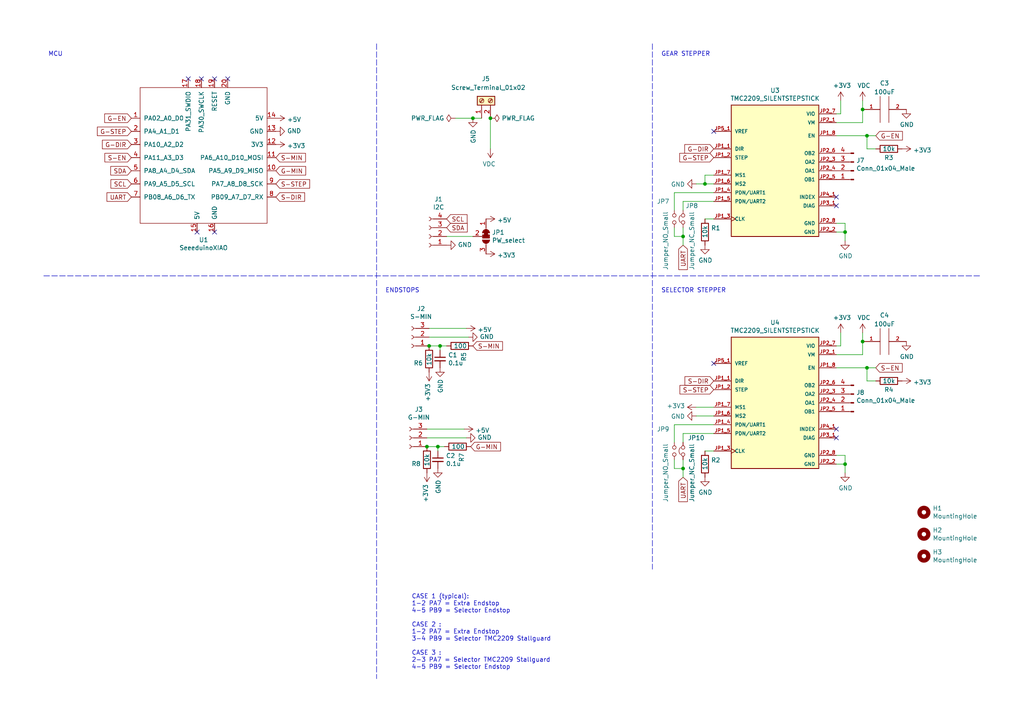
<source format=kicad_sch>
(kicad_sch (version 20211123) (generator eeschema)
  (paper "A4")
  (title_block (title "ERCF EASY BRD") (date "02/06/2021") (rev "v1.1") (company "The ERCF fanclub") (comment 1 "by Tircown"))
  (lib_symbols
    (symbol "Connector:Conn_01x03_Female" (pin_names (offset 1.016) hide)
      (property "Reference" "J" (at 0 5.08 0))
      (property "Value" "Conn_01x03_Female" (at 0 -5.08 0))
      (symbol "Conn_01x03_Female_1_1"
        (arc (start 0 -2.032) (mid -0.508 -2.54) (end 0 -3.048) (stroke (width 0.1524)))
        (polyline (pts (xy -1.27 -2.54) (xy -0.508 -2.54)) (stroke (width 0.1524)))
        (polyline (pts (xy -1.27 0) (xy -0.508 0)) (stroke (width 0.1524)))
        (polyline (pts (xy -1.27 2.54) (xy -0.508 2.54)) (stroke (width 0.1524)))
        (arc (start 0 0.508) (mid -0.508 0) (end 0 -0.508) (stroke (width 0.1524)))
        (arc (start 0 3.048) (mid -0.508 2.54) (end 0 2.032) (stroke (width 0.1524)))
        (pin passive line (at -5.08 2.54 0) (length 3.81) (name "Pin_1") (number "1"))
        (pin passive line (at -5.08 0 0) (length 3.81) (name "Pin_2") (number "2"))
        (pin passive line (at -5.08 -2.54 0) (length 3.81) (name "Pin_3") (number "3"))
      )
    )
    (symbol "Connector:Conn_01x04_Female" (pin_names (offset 1.016) hide)
      (property "Reference" "J" (at 0 5.08 0))
      (property "Value" "Conn_01x04_Female" (at 0 -7.62 0))
      (symbol "Conn_01x04_Female_1_1"
        (arc (start 0 -4.572) (mid -0.508 -5.08) (end 0 -5.588) (stroke (width 0.1524)))
        (arc (start 0 -2.032) (mid -0.508 -2.54) (end 0 -3.048) (stroke (width 0.1524)))
        (polyline (pts (xy -1.27 -5.08) (xy -0.508 -5.08)) (stroke (width 0.1524)))
        (polyline (pts (xy -1.27 -2.54) (xy -0.508 -2.54)) (stroke (width 0.1524)))
        (polyline (pts (xy -1.27 0) (xy -0.508 0)) (stroke (width 0.1524)))
        (polyline (pts (xy -1.27 2.54) (xy -0.508 2.54)) (stroke (width 0.1524)))
        (arc (start 0 0.508) (mid -0.508 0) (end 0 -0.508) (stroke (width 0.1524)))
        (arc (start 0 3.048) (mid -0.508 2.54) (end 0 2.032) (stroke (width 0.1524)))
        (pin passive line (at -5.08 2.54 0) (length 3.81) (name "Pin_1") (number "1"))
        (pin passive line (at -5.08 0 0) (length 3.81) (name "Pin_2") (number "2"))
        (pin passive line (at -5.08 -2.54 0) (length 3.81) (name "Pin_3") (number "3"))
        (pin passive line (at -5.08 -5.08 0) (length 3.81) (name "Pin_4") (number "4"))
      )
    )
    (symbol "Connector:Conn_01x04_Male" (pin_names (offset 1.016) hide)
      (property "Reference" "J" (at 0 5.08 0))
      (property "Value" "Conn_01x04_Male" (at 0 -7.62 0))
      (symbol "Conn_01x04_Male_1_1"
        (polyline (pts (xy 1.27 -5.08) (xy 0.8636 -5.08)) (stroke (width 0.1524)))
        (polyline (pts (xy 1.27 -2.54) (xy 0.8636 -2.54)) (stroke (width 0.1524)))
        (polyline (pts (xy 1.27 0) (xy 0.8636 0)) (stroke (width 0.1524)))
        (polyline (pts (xy 1.27 2.54) (xy 0.8636 2.54)) (stroke (width 0.1524)))
        (rectangle (start 0.8636 -4.953) (end 0 -5.207) (stroke (width 0.1524)) (fill (type outline)))
        (rectangle (start 0.8636 -2.413) (end 0 -2.667) (stroke (width 0.1524)) (fill (type outline)))
        (rectangle (start 0.8636 0.127) (end 0 -0.127) (stroke (width 0.1524)) (fill (type outline)))
        (rectangle (start 0.8636 2.667) (end 0 2.413) (stroke (width 0.1524)) (fill (type outline)))
        (pin passive line (at 5.08 2.54 180) (length 3.81) (name "Pin_1") (number "1"))
        (pin passive line (at 5.08 0 180) (length 3.81) (name "Pin_2") (number "2"))
        (pin passive line (at 5.08 -2.54 180) (length 3.81) (name "Pin_3") (number "3"))
        (pin passive line (at 5.08 -5.08 180) (length 3.81) (name "Pin_4") (number "4"))
      )
    )
    (symbol "Connector:Screw_Terminal_01x02" (pin_names (offset 1.016) hide)
      (property "Reference" "J" (at 0 2.54 0))
      (property "Value" "Screw_Terminal_01x02" (at 0 -5.08 0))
      (symbol "Screw_Terminal_01x02_1_1"
        (rectangle (start -1.27 1.27) (end 1.27 -3.81) (stroke (width 0.254)) (fill (type background)))
        (circle (center 0 -2.54) (radius 0.635) (stroke (width 0.1524)))
        (polyline (pts (xy -0.5334 -2.2098) (xy 0.3302 -3.048)) (stroke (width 0.1524)))
        (polyline (pts (xy -0.5334 0.3302) (xy 0.3302 -0.508)) (stroke (width 0.1524)))
        (polyline (pts (xy -0.3556 -2.032) (xy 0.508 -2.8702)) (stroke (width 0.1524)))
        (polyline (pts (xy -0.3556 0.508) (xy 0.508 -0.3302)) (stroke (width 0.1524)))
        (circle (center 0 0) (radius 0.635) (stroke (width 0.1524)))
        (pin passive line (at -5.08 0 0) (length 3.81) (name "Pin_1") (number "1"))
        (pin passive line (at -5.08 -2.54 0) (length 3.81) (name "Pin_2") (number "2"))
      )
    )
    (symbol "Device:C_Small" (pin_numbers hide) (pin_names (offset 0.254) hide)
      (property "Reference" "C" (at 0.254 1.778 0))
      (property "Value" "C_Small" (at 0.254 -2.032 0))
      (symbol "C_Small_0_1"
        (polyline (pts (xy -1.524 -0.508) (xy 1.524 -0.508)) (stroke (width 0.3302)))
        (polyline (pts (xy -1.524 0.508) (xy 1.524 0.508)) (stroke (width 0.3048)))
      )
      (symbol "C_Small_1_1"
        (pin passive line (at 0 2.54 270) (length 2.032) (name "~") (number "1"))
        (pin passive line (at 0 -2.54 90) (length 2.032) (name "~") (number "2"))
      )
    )
    (symbol "Device:Jumper_NC_Small" (pin_numbers hide) (pin_names (offset 0.762) hide)
      (property "Reference" "JP" (at 0 2.032 0))
      (property "Value" "Device_Jumper_NC_Small" (at 0.254 -1.524 0))
      (symbol "Jumper_NC_Small_0_1"
        (circle (center -1.016 0) (radius 0.508))
        (circle (center 1.016 0) (radius 0.508))
        (arc (start 1.016 0.762) (mid 0 1.1828) (end -1.016 0.762))
        (pin passive line (at -2.54 0 0) (length 1.016) (name "1") (number "1"))
        (pin passive line (at 2.54 0 180) (length 1.016) (name "2") (number "2"))
      )
    )
    (symbol "Device:Jumper_NO_Small" (pin_numbers hide) (pin_names (offset 0.762) hide)
      (property "Reference" "JP" (at 0 2.032 0))
      (property "Value" "Device_Jumper_NO_Small" (at 0.254 -1.524 0))
      (symbol "Jumper_NO_Small_0_1"
        (circle (center -1.016 0) (radius 0.508))
        (circle (center 1.016 0) (radius 0.508))
        (pin passive line (at -2.54 0 0) (length 1.016) (name "1") (number "1"))
        (pin passive line (at 2.54 0 180) (length 1.016) (name "2") (number "2"))
      )
    )
    (symbol "Device:R" (pin_numbers hide) (pin_names (offset 0))
      (property "Reference" "R" (at 2.032 0 90))
      (property "Value" "R" (at 0 0 90))
      (symbol "R_0_1"
        (rectangle (start -1.016 -2.54) (end 1.016 2.54) (stroke (width 0.254)))
      )
      (symbol "R_1_1"
        (pin passive line (at 0 3.81 270) (length 1.27) (name "~") (number "1"))
        (pin passive line (at 0 -3.81 90) (length 1.27) (name "~") (number "2"))
      )
    )
    (symbol "Jumper:SolderJumper_3_Bridged12" (pin_names (offset 0) hide)
      (property "Reference" "JP" (at -2.54 -2.54 0))
      (property "Value" "SolderJumper_3_Bridged12" (at 0 2.794 0))
      (symbol "SolderJumper_3_Bridged12_0_1"
        (rectangle (start -1.016 0.508) (end -0.508 -0.508) (fill (type outline)))
        (arc (start -1.016 1.016) (mid -2.032 0) (end -1.016 -1.016))
        (arc (start -1.016 1.016) (mid -2.032 0) (end -1.016 -1.016) (fill (type outline)))
        (rectangle (start -0.508 1.016) (end 0.508 -1.016) (fill (type outline)))
        (polyline (pts (xy -2.54 0) (xy -2.032 0)))
        (polyline (pts (xy -1.016 1.016) (xy -1.016 -1.016)))
        (polyline (pts (xy 0 -1.27) (xy 0 -1.016)))
        (polyline (pts (xy 1.016 1.016) (xy 1.016 -1.016)))
        (polyline (pts (xy 2.54 0) (xy 2.032 0)))
        (arc (start 1.016 -1.016) (mid 2.032 0) (end 1.016 1.016))
        (arc (start 1.016 -1.016) (mid 2.032 0) (end 1.016 1.016) (fill (type outline)))
      )
      (symbol "SolderJumper_3_Bridged12_1_1"
        (pin passive line (at -5.08 0 0) (length 2.54) (name "A") (number "1"))
        (pin passive line (at 0 -3.81 90) (length 2.54) (name "C") (number "2"))
        (pin passive line (at 5.08 0 180) (length 2.54) (name "B") (number "3"))
      )
    )
    (symbol "Mechanical:MountingHole" (pin_names (offset 1.016))
      (property "Reference" "H" (at 0 5.08 0))
      (property "Value" "MountingHole" (at 0 3.175 0))
      (symbol "MountingHole_0_1"
        (circle (center 0 0) (radius 1.27) (stroke (width 1.27)))
      )
    )
    (symbol "ercf-easy-brd:SeeeduinoXIAO" (pin_names (offset 1.016))
      (property "Reference" "U" (at -19.05 22.86 0))
      (property "Value" "SeeeduinoXIAO" (at -12.7 21.59 0))
      (symbol "SeeeduinoXIAO_0_1"
        (rectangle (start -19.05 20.32) (end 17.78 -19.05))
      )
      (symbol "SeeeduinoXIAO_1_1"
        (pin unspecified line (at -21.59 11.43 0) (length 2.54) (name "PA02_A0_D0") (number "1"))
        (pin unspecified line (at 20.32 -3.81 180) (length 2.54) (name "PA5_A9_D9_MISO") (number "10"))
        (pin unspecified line (at 20.32 0 180) (length 2.54) (name "PA6_A10_D10_MOSI") (number "11"))
        (pin unspecified line (at 20.32 3.81 180) (length 2.54) (name "3V3") (number "12"))
        (pin unspecified line (at 20.32 7.62 180) (length 2.54) (name "GND") (number "13"))
        (pin unspecified line (at 20.32 11.43 180) (length 2.54) (name "5V") (number "14"))
        (pin input line (at -2.54 -21.59 90) (length 2.54) (name "5V") (number "15"))
        (pin input line (at 2.54 -21.59 90) (length 2.54) (name "GND") (number "16"))
        (pin input line (at -5.08 22.86 270) (length 2.54) (name "PA31_SWDIO") (number "17"))
        (pin input line (at -1.27 22.86 270) (length 2.54) (name "PA30_SWCLK") (number "18"))
        (pin input line (at 2.54 22.86 270) (length 2.54) (name "RESET") (number "19"))
        (pin unspecified line (at -21.59 7.62 0) (length 2.54) (name "PA4_A1_D1") (number "2"))
        (pin input line (at 6.35 22.86 270) (length 2.54) (name "GND") (number "20"))
        (pin unspecified line (at -21.59 3.81 0) (length 2.54) (name "PA10_A2_D2") (number "3"))
        (pin unspecified line (at -21.59 0 0) (length 2.54) (name "PA11_A3_D3") (number "4"))
        (pin unspecified line (at -21.59 -3.81 0) (length 2.54) (name "PA8_A4_D4_SDA") (number "5"))
        (pin unspecified line (at -21.59 -7.62 0) (length 2.54) (name "PA9_A5_D5_SCL") (number "6"))
        (pin unspecified line (at -21.59 -11.43 0) (length 2.54) (name "PB08_A6_D6_TX") (number "7"))
        (pin unspecified line (at 20.32 -11.43 180) (length 2.54) (name "PB09_A7_D7_RX") (number "8"))
        (pin unspecified line (at 20.32 -7.62 180) (length 2.54) (name "PA7_A8_D8_SCK") (number "9"))
      )
    )
    (symbol "ercf-easy-brd:TMC2209_SILENTSTEPSTICK" (pin_names (offset 1.016))
      (property "Reference" "U" (at -12.7 19.05 0))
      (property "Value" "TMC2209_SILENTSTEPSTICK" (at -12.7 -22.86 0))
      (symbol "TMC2209_SILENTSTEPSTICK_0_0"
        (rectangle (start -12.7 -20.32) (end 12.7 17.78) (stroke (width 0.254)) (fill (type background)))
        (pin input line (at -17.78 5.08 0) (length 5.08) (name "DIR") (number "JP1_1"))
        (pin input line (at -17.78 2.54 0) (length 5.08) (name "STEP") (number "JP1_2"))
        (pin input clock (at -17.78 -15.24 0) (length 5.08) (name "CLK") (number "JP1_3"))
        (pin bidirectional line (at -17.78 -7.62 0) (length 5.08) (name "PDN/UART1") (number "JP1_4"))
        (pin bidirectional line (at -17.78 -10.16 0) (length 5.08) (name "PDN/UART2") (number "JP1_5"))
        (pin input line (at -17.78 -5.08 0) (length 5.08) (name "MS2") (number "JP1_6"))
        (pin input line (at -17.78 -2.54 0) (length 5.08) (name "MS1") (number "JP1_7"))
        (pin input line (at 17.78 8.89 180) (length 5.08) (name "EN") (number "JP1_8"))
        (pin power_in line (at 17.78 12.7 180) (length 5.08) (name "VM") (number "JP2_1"))
        (pin power_in line (at 17.78 -19.05 180) (length 5.08) (name "GND") (number "JP2_2"))
        (pin passive line (at 17.78 1.27 180) (length 5.08) (name "OA2") (number "JP2_3"))
        (pin passive line (at 17.78 -1.27 180) (length 5.08) (name "OA1") (number "JP2_4"))
        (pin passive line (at 17.78 -3.81 180) (length 5.08) (name "OB1") (number "JP2_5"))
        (pin passive line (at 17.78 3.81 180) (length 5.08) (name "OB2") (number "JP2_6"))
        (pin power_in line (at 17.78 15.24 180) (length 5.08) (name "VIO") (number "JP2_7"))
        (pin power_in line (at 17.78 -16.51 180) (length 5.08) (name "GND") (number "JP2_8"))
        (pin output line (at 17.78 -11.43 180) (length 5.08) (name "DIAG") (number "JP3_1"))
        (pin output line (at 17.78 -8.89 180) (length 5.08) (name "INDEX") (number "JP4_1"))
        (pin input line (at -17.78 10.16 0) (length 5.08) (name "VREF") (number "JP5_1"))
      )
    )
    (symbol "power:+3V3" (power) (pin_names (offset 0))
      (property "Value" "+3V3" (at 0 3.556 0))
      (symbol "+3V3_0_1"
        (polyline (pts (xy -0.762 1.27) (xy 0 2.54)))
        (polyline (pts (xy 0 0) (xy 0 2.54)))
        (polyline (pts (xy 0 2.54) (xy 0.762 1.27)))
      )
      (symbol "+3V3_1_1"
        (pin power_in line (at 0 0 90) (length 0) hide (name "+3V3") (number "1"))
      )
    )
    (symbol "power:+5V" (power) (pin_names (offset 0))
      (property "Value" "+5V" (at 0 3.556 0))
      (symbol "+5V_0_1"
        (polyline (pts (xy -0.762 1.27) (xy 0 2.54)))
        (polyline (pts (xy 0 0) (xy 0 2.54)))
        (polyline (pts (xy 0 2.54) (xy 0.762 1.27)))
      )
      (symbol "+5V_1_1"
        (pin power_in line (at 0 0 90) (length 0) hide (name "+5V") (number "1"))
      )
    )
    (symbol "power:GND" (power) (pin_names (offset 0))
      (property "Value" "GND" (at 0 -3.81 0))
      (symbol "GND_0_1"
        (polyline (pts (xy 0 0) (xy 0 -1.27) (xy 1.27 -1.27) (xy 0 -2.54) (xy -1.27 -1.27) (xy 0 -1.27)))
      )
      (symbol "GND_1_1"
        (pin power_in line (at 0 0 270) (length 0) hide (name "GND") (number "1"))
      )
    )
    (symbol "power:PWR_FLAG" (power) (pin_numbers hide) (pin_names (offset 0) hide)
      (property "Value" "PWR_FLAG" (at 0 3.81 0))
      (symbol "PWR_FLAG_0_0"
        (pin power_out line (at 0 0 90) (length 0) (name "pwr") (number "1"))
      )
      (symbol "PWR_FLAG_0_1"
        (polyline (pts (xy 0 0) (xy 0 1.27) (xy -1.016 1.905) (xy 0 2.54) (xy 1.016 1.905) (xy 0 1.27)))
      )
    )
    (symbol "power:VDC" (power) (pin_names (offset 0))
      (property "Value" "VDC" (at 0 6.35 0))
      (symbol "VDC_0_1"
        (polyline (pts (xy -0.762 1.27) (xy 0 2.54)))
        (polyline (pts (xy 0 0) (xy 0 2.54)))
        (polyline (pts (xy 0 2.54) (xy 0.762 1.27)))
      )
      (symbol "VDC_1_1"
        (pin power_in line (at 0 0 90) (length 0) hide (name "VDC") (number "1"))
      )
    )
    (symbol "pspice:C" (pin_names (offset 0.254))
      (property "Reference" "C" (at 2.54 3.81 90))
      (property "Value" "C" (at 2.54 -3.81 90))
      (symbol "C_0_1"
        (polyline (pts (xy -3.81 -1.27) (xy 3.81 -1.27)))
        (polyline (pts (xy -3.81 1.27) (xy 3.81 1.27)))
      )
      (symbol "C_1_1"
        (pin passive line (at 0 6.35 270) (length 5.08) (name "~") (number "1"))
        (pin passive line (at 0 -6.35 90) (length 5.08) (name "~") (number "2"))
      )
    )
  )
  (junction (at 250.19 31.75))
  (junction (at 245.11 67.31))
  (junction (at 124.46 100.33))
  (junction (at 198.12 68.58))
  (junction (at 123.825 129.54))
  (junction (at 137.16 34.29))
  (junction (at 127.635 100.33))
  (junction (at 251.46 39.37))
  (junction (at 250.19 99.06))
  (junction (at 198.12 135.89))
  (junction (at 251.46 106.68))
  (junction (at 204.47 53.34))
  (junction (at 127 129.54))
  (junction (at 245.11 134.62))
  (junction (at 142.24 34.29))
  (no_connect (at 242.57 57.15))
  (no_connect (at 58.42 22.86))
  (no_connect (at 66.04 22.86))
  (no_connect (at 54.61 22.86))
  (no_connect (at 207.01 38.1))
  (no_connect (at 62.23 22.86))
  (no_connect (at 62.23 67.31))
  (no_connect (at 242.57 59.69))
  (no_connect (at 242.57 127))
  (no_connect (at 57.15 67.31))
  (no_connect (at 207.01 105.41))
  (no_connect (at 242.57 124.46))
  (wire (pts (xy 242.57 134.62) (xy 245.11 134.62)))
  (wire (pts (xy 195.58 68.58) (xy 198.12 68.58)))
  (wire (pts (xy 198.12 58.42) (xy 198.12 60.96)))
  (wire (pts (xy 127.635 101.6) (xy 127.635 100.33)))
  (wire (pts (xy 207.01 123.19) (xy 195.58 123.19)))
  (wire (pts (xy 198.12 68.58) (xy 198.12 71.12)))
  (wire (pts (xy 127 129.54) (xy 128.905 129.54)))
  (wire (pts (xy 198.12 125.73) (xy 198.12 128.27)))
  (wire (pts (xy 204.47 53.34) (xy 207.01 53.34)))
  (wire (pts (xy 198.12 66.04) (xy 198.12 68.58)))
  (wire (pts (xy 204.47 50.8) (xy 204.47 53.34)))
  (wire (pts (xy 207.01 55.88) (xy 195.58 55.88)))
  (wire (pts (xy 245.11 67.31) (xy 245.11 69.85)))
  (wire (pts (xy 245.11 134.62) (xy 245.11 137.16)))
  (wire (pts (xy 250.19 29.21) (xy 250.19 31.75)))
  (wire (pts (xy 137.16 34.29) (xy 132.08 34.29)))
  (wire (pts (xy 242.57 132.08) (xy 245.11 132.08)))
  (wire (pts (xy 201.93 120.65) (xy 207.01 120.65)))
  (wire (pts (xy 207.01 130.81) (xy 204.47 130.81)))
  (wire (pts (xy 127 130.81) (xy 127 129.54)))
  (wire (pts (xy 242.57 67.31) (xy 245.11 67.31)))
  (wire (pts (xy 242.57 39.37) (xy 251.46 39.37)))
  (wire (pts (xy 251.46 43.18) (xy 254 43.18)))
  (polyline (pts (xy 109.22 12.7) (xy 109.22 196.85)))
  (wire (pts (xy 195.58 123.19) (xy 195.58 128.27)))
  (wire (pts (xy 243.84 100.33) (xy 243.84 96.52)))
  (wire (pts (xy 245.11 64.77) (xy 245.11 67.31)))
  (wire (pts (xy 195.58 135.89) (xy 198.12 135.89)))
  (wire (pts (xy 139.7 34.29) (xy 137.16 34.29)))
  (wire (pts (xy 135.255 127) (xy 123.825 127)))
  (polyline (pts (xy 189.23 12.7) (xy 189.23 165.1)))
  (wire (pts (xy 135.255 95.25) (xy 124.46 95.25)))
  (wire (pts (xy 250.19 96.52) (xy 250.19 99.06)))
  (polyline (pts (xy 12.7 80.01) (xy 284.48 80.01)))
  (wire (pts (xy 251.46 106.68) (xy 254 106.68)))
  (wire (pts (xy 195.58 66.04) (xy 195.58 68.58)))
  (wire (pts (xy 250.19 35.56) (xy 242.57 35.56)))
  (wire (pts (xy 245.11 132.08) (xy 245.11 134.62)))
  (wire (pts (xy 129.54 68.58) (xy 137.16 68.58)))
  (wire (pts (xy 207.01 125.73) (xy 198.12 125.73)))
  (wire (pts (xy 127.635 100.33) (xy 129.54 100.33)))
  (wire (pts (xy 243.84 33.02) (xy 243.84 29.21)))
  (wire (pts (xy 251.46 43.18) (xy 251.46 39.37)))
  (wire (pts (xy 201.93 53.34) (xy 204.47 53.34)))
  (wire (pts (xy 195.58 55.88) (xy 195.58 60.96)))
  (wire (pts (xy 207.01 58.42) (xy 198.12 58.42)))
  (wire (pts (xy 201.93 118.11) (xy 207.01 118.11)))
  (wire (pts (xy 251.46 39.37) (xy 254 39.37)))
  (wire (pts (xy 123.825 129.54) (xy 127 129.54)))
  (wire (pts (xy 195.58 133.35) (xy 195.58 135.89)))
  (wire (pts (xy 134.62 124.46) (xy 123.825 124.46)))
  (wire (pts (xy 142.24 34.29) (xy 142.24 43.18)))
  (wire (pts (xy 207.01 63.5) (xy 204.47 63.5)))
  (wire (pts (xy 250.19 31.75) (xy 250.19 35.56)))
  (wire (pts (xy 251.46 110.49) (xy 251.46 106.68)))
  (wire (pts (xy 207.01 50.8) (xy 204.47 50.8)))
  (wire (pts (xy 250.19 99.06) (xy 250.19 102.87)))
  (wire (pts (xy 242.57 64.77) (xy 245.11 64.77)))
  (wire (pts (xy 124.46 100.33) (xy 127.635 100.33)))
  (wire (pts (xy 135.89 97.79) (xy 124.46 97.79)))
  (wire (pts (xy 198.12 133.35) (xy 198.12 135.89)))
  (wire (pts (xy 250.19 102.87) (xy 242.57 102.87)))
  (wire (pts (xy 242.57 33.02) (xy 243.84 33.02)))
  (wire (pts (xy 242.57 106.68) (xy 251.46 106.68)))
  (wire (pts (xy 242.57 100.33) (xy 243.84 100.33)))
  (wire (pts (xy 254 110.49) (xy 251.46 110.49)))
  (wire (pts (xy 198.12 135.89) (xy 198.12 138.43)))
  (text "CASE 1 (typical):\n1-2 PA7 = Extra Endstop\n4-5 PB9 = Selector Endstop\n\nCASE 2 : \n1-2 PA7 = Extra Endstop\n3-4 PB9 = Selector TMC2209 Stallguard\n\nCASE 3 : \n2-3 PA7 = Selector TMC2209 Stallguard\n4-5 PB9 = Selector Endstop" (at 119.38 194.31 0) (effects (font (size 1.27 1.27)) (justify left bottom)))
  (text "GEAR STEPPER" (at 191.77 16.51 0) (effects (font (size 1.27 1.27)) (justify left bottom)))
  (text "MCU" (at 13.97 16.51 0) (effects (font (size 1.27 1.27)) (justify left bottom)))
  (text "SELECTOR STEPPER" (at 191.77 85.09 0) (effects (font (size 1.27 1.27)) (justify left bottom)))
  (text "ENDSTOPS" (at 111.76 85.09 0) (effects (font (size 1.27 1.27)) (justify left bottom)))
  (global_label "S-STEP" (shape input) (at 80.01 53.34 0) (property "Intersheet References" "${INTERSHEET_REFS}" (effects hide)))
  (global_label "SCL" (shape input) (at 129.54 63.5 0) (property "Intersheet References" "${INTERSHEET_REFS}" (effects hide)))
  (global_label "G-MIN" (shape input) (at 136.525 129.54 0) (property "Intersheet References" "${INTERSHEET_REFS}" (effects hide)))
  (global_label "S-STEP" (shape input) (at 207.01 113.03 180) (property "Intersheet References" "${INTERSHEET_REFS}" (effects hide)))
  (global_label "S-MIN" (shape input) (at 137.16 100.33 0) (property "Intersheet References" "${INTERSHEET_REFS}" (effects hide)))
  (global_label "G-MIN" (shape input) (at 80.01 49.53 0) (property "Intersheet References" "${INTERSHEET_REFS}" (effects hide)))
  (global_label "S-EN" (shape input) (at 254 106.68 0) (property "Intersheet References" "${INTERSHEET_REFS}" (effects hide)))
  (global_label "G-EN" (shape input) (at 254 39.37 0) (property "Intersheet References" "${INTERSHEET_REFS}" (effects hide)))
  (global_label "S-MIN" (shape input) (at 80.01 45.72 0) (property "Intersheet References" "${INTERSHEET_REFS}" (effects hide)))
  (global_label "S-DIR" (shape input) (at 80.01 57.15 0) (property "Intersheet References" "${INTERSHEET_REFS}" (effects hide)))
  (global_label "UART" (shape input) (at 38.1 57.15 180) (property "Intersheet References" "${INTERSHEET_REFS}" (effects hide)))
  (global_label "SDA" (shape input) (at 38.1 49.53 180) (property "Intersheet References" "${INTERSHEET_REFS}" (effects hide)))
  (global_label "G-DIR" (shape input) (at 207.01 43.18 180) (property "Intersheet References" "${INTERSHEET_REFS}" (effects hide)))
  (global_label "G-EN" (shape input) (at 38.1 34.29 180) (property "Intersheet References" "${INTERSHEET_REFS}" (effects hide)))
  (global_label "S-EN" (shape input) (at 38.1 45.72 180) (property "Intersheet References" "${INTERSHEET_REFS}" (effects hide)))
  (global_label "S-DIR" (shape input) (at 207.01 110.49 180) (property "Intersheet References" "${INTERSHEET_REFS}" (effects hide)))
  (global_label "UART" (shape input) (at 198.12 71.12 270) (property "Intersheet References" "${INTERSHEET_REFS}" (effects hide)))
  (global_label "G-DIR" (shape input) (at 38.1 41.91 180) (property "Intersheet References" "${INTERSHEET_REFS}" (effects hide)))
  (global_label "UART" (shape input) (at 198.12 138.43 270) (property "Intersheet References" "${INTERSHEET_REFS}" (effects hide)))
  (global_label "SDA" (shape input) (at 129.54 66.04 0) (property "Intersheet References" "${INTERSHEET_REFS}" (effects hide)))
  (global_label "G-STEP" (shape input) (at 207.01 45.72 180) (property "Intersheet References" "${INTERSHEET_REFS}" (effects hide)))
  (global_label "SCL" (shape input) (at 38.1 53.34 180) (property "Intersheet References" "${INTERSHEET_REFS}" (effects hide)))
  (global_label "G-STEP" (shape input) (at 38.1 38.1 180) (property "Intersheet References" "${INTERSHEET_REFS}" (effects hide)))
  (symbol (lib_id "ercf-easy-brd:SeeeduinoXIAO") (at 59.69 45.72 0) (unit 1)
    (property "Reference" "U1" (at 59.055 69.5706 0))
    (property "Value" "SeeeduinoXIAO" (at 59.055 71.882 0))
    (property "Footprint" "ercf-easy-brd:SeeeduinoXIAO-MODULE14P" (effects hide))
  )
  (symbol (lib_id "ercf-easy-brd:TMC2209_SILENTSTEPSTICK") (at 224.79 48.26 0) (unit 1)
    (property "Reference" "U3" (at 224.79 26.2382 0))
    (property "Value" "TMC2209_SILENTSTEPSTICK" (at 224.79 28.5496 0))
    (property "Footprint" "ercf-easy-brd:MODULE_TMC2209_SILENTSTEPSTICK" (effects hide))
    (property "PARTREV" "v11" (effects hide))
    (property "MANUFACTURER" "Trinamic" (effects hide))
    (property "MAXIMUM_PACKAGE_HEIGHT" "N/A" (effects hide))
    (property "STANDARD" "Manufacturer Recommendations" (effects hide))
  )
  (symbol (lib_id "Mechanical:MountingHole") (at 267.97 154.94 0) (unit 1)
    (property "Reference" "H2" (at 270.51 153.7716 0) (effects (justify left)))
    (property "Value" "MountingHole" (at 270.51 156.083 0) (effects (justify left)))
    (property "Footprint" "MountingHole:MountingHole_3.2mm_M3" (effects hide))
  )
  (symbol (lib_id "Connector:Conn_01x04_Male") (at 247.65 49.53 180) (unit 1)
    (property "Reference" "J7" (at 248.3612 46.5328 0) (effects (justify right)))
    (property "Value" "Conn_01x04_Male" (at 248.3612 48.8442 0) (effects (justify right)))
    (property "Footprint" "Connector_JST:JST_XH_B4B-XH-A_1x04_P2.50mm_Vertical" (effects hide))
  )
  (symbol (lib_id "Mechanical:MountingHole") (at 267.97 148.59 0) (unit 1)
    (property "Reference" "H1" (at 270.51 147.4216 0) (effects (justify left)))
    (property "Value" "MountingHole" (at 270.51 149.733 0) (effects (justify left)))
    (property "Footprint" "MountingHole:MountingHole_3.2mm_M3" (effects hide))
  )
  (symbol (lib_id "Device:R") (at 257.81 43.18 90) (unit 1)
    (property "Reference" "R3" (at 257.81 45.72 90))
    (property "Value" "10k" (at 257.81 43.18 90))
    (property "Footprint" "Resistor_SMD:R_0603_1608Metric" (effects hide))
  )
  (symbol (lib_id "pspice:C") (at 256.54 31.75 90) (unit 1)
    (property "Reference" "C3" (at 256.54 24.13 90))
    (property "Value" "100uF" (at 256.54 26.67 90))
    (property "Footprint" "Capacitor_THT:CP_Radial_D8.0mm_P3.50mm" (effects hide))
  )
  (symbol (lib_id "power:GND") (at 262.89 31.75 0) (unit 1)
    (property "Reference" "#PWR025" (effects hide))
    (property "Value" "GND" (at 263.017 36.1442 0))
  )
  (symbol (lib_id "power:GND") (at 245.11 69.85 0) (unit 1)
    (property "Reference" "#PWR017" (effects hide))
    (property "Value" "GND" (at 245.237 74.2442 0))
  )
  (symbol (lib_id "power:+3V3") (at 243.84 29.21 0) (unit 1)
    (property "Reference" "#PWR019" (effects hide))
    (property "Value" "+3V3" (at 244.221 24.8158 0))
  )
  (symbol (lib_id "power:+3V3") (at 261.62 43.18 270) (unit 1)
    (property "Reference" "#PWR023" (effects hide))
    (property "Value" "+3V3" (at 264.8712 43.561 90) (effects (justify left)))
  )
  (symbol (lib_id "power:GND") (at 201.93 53.34 270) (unit 1)
    (property "Reference" "#PWR010" (effects hide))
    (property "Value" "GND" (at 198.6788 53.467 90) (effects (justify right)))
  )
  (symbol (lib_id "Device:R") (at 204.47 67.31 0) (unit 1)
    (property "Reference" "R1" (at 206.248 66.1416 0) (effects (justify left)))
    (property "Value" "10k" (at 204.47 69.0626 90) (effects (justify left)))
    (property "Footprint" "Resistor_SMD:R_0603_1608Metric" (effects hide))
  )
  (symbol (lib_id "power:GND") (at 204.47 71.12 0) (unit 1)
    (property "Reference" "#PWR013" (effects hide))
    (property "Value" "GND" (at 204.597 75.5142 0))
  )
  (symbol (lib_id "Connector:Conn_01x04_Male") (at 247.65 116.84 180) (unit 1)
    (property "Reference" "J8" (at 248.3612 113.8428 0) (effects (justify right)))
    (property "Value" "Conn_01x04_Male" (at 248.3612 116.1542 0) (effects (justify right)))
    (property "Footprint" "Connector_JST:JST_XH_B4B-XH-A_1x04_P2.50mm_Vertical" (effects hide))
  )
  (symbol (lib_id "Device:R") (at 257.81 110.49 90) (unit 1)
    (property "Reference" "R4" (at 257.81 113.03 90))
    (property "Value" "10k" (at 257.81 110.49 90))
    (property "Footprint" "Resistor_SMD:R_0603_1608Metric" (effects hide))
  )
  (symbol (lib_id "pspice:C") (at 256.54 99.06 90) (unit 1)
    (property "Reference" "C4" (at 256.54 91.44 90))
    (property "Value" "100uF" (at 256.54 93.98 90))
    (property "Footprint" "Capacitor_THT:CP_Radial_D8.0mm_P3.50mm" (effects hide))
  )
  (symbol (lib_id "power:GND") (at 262.89 99.06 0) (unit 1)
    (property "Reference" "#PWR026" (effects hide))
    (property "Value" "GND" (at 263.017 103.4542 0))
  )
  (symbol (lib_id "power:GND") (at 245.11 137.16 0) (unit 1)
    (property "Reference" "#PWR018" (effects hide))
    (property "Value" "GND" (at 245.237 141.5542 0))
  )
  (symbol (lib_id "power:+3V3") (at 243.84 96.52 0) (unit 1)
    (property "Reference" "#PWR020" (effects hide))
    (property "Value" "+3V3" (at 244.221 92.1258 0))
  )
  (symbol (lib_id "power:+3V3") (at 261.62 110.49 270) (unit 1)
    (property "Reference" "#PWR024" (effects hide))
    (property "Value" "+3V3" (at 264.8712 110.871 90) (effects (justify left)))
  )
  (symbol (lib_id "power:GND") (at 201.93 120.65 270) (unit 1)
    (property "Reference" "#PWR012" (effects hide))
    (property "Value" "GND" (at 198.6788 120.777 90) (effects (justify right)))
  )
  (symbol (lib_id "power:GND") (at 204.47 138.43 0) (unit 1)
    (property "Reference" "#PWR014" (effects hide))
    (property "Value" "GND" (at 204.597 142.8242 0))
  )
  (symbol (lib_id "ercf-easy-brd:TMC2209_SILENTSTEPSTICK") (at 224.79 115.57 0) (unit 1)
    (property "Reference" "U4" (at 224.79 93.5482 0))
    (property "Value" "TMC2209_SILENTSTEPSTICK" (at 224.79 95.8596 0))
    (property "Footprint" "ercf-easy-brd:MODULE_TMC2209_SILENTSTEPSTICK" (effects hide))
    (property "PARTREV" "v11" (effects hide))
    (property "MANUFACTURER" "Trinamic" (effects hide))
    (property "MAXIMUM_PACKAGE_HEIGHT" "N/A" (effects hide))
    (property "STANDARD" "Manufacturer Recommendations" (effects hide))
  )
  (symbol (lib_id "Device:R") (at 204.47 134.62 0) (unit 1)
    (property "Reference" "R2" (at 206.248 133.4516 0) (effects (justify left)))
    (property "Value" "10k" (at 204.47 136.3726 90) (effects (justify left)))
    (property "Footprint" "Resistor_SMD:R_0603_1608Metric" (effects hide))
  )
  (symbol (lib_id "power:+3V3") (at 201.93 118.11 90) (unit 1)
    (property "Reference" "#PWR011" (effects hide))
    (property "Value" "+3V3" (at 198.6788 117.729 90) (effects (justify left)))
  )
  (symbol (lib_id "Connector:Screw_Terminal_01x02") (at 139.7 29.21 90) (unit 1)
    (property "Reference" "J5" (at 139.7 22.86 90) (effects (justify right)))
    (property "Value" "Screw_Terminal_01x02" (at 130.81 25.4 90) (effects (justify right)))
    (property "Footprint" "ercf-easy-brd:TerminalBlock_bornier-2_P5.08mm_2" (effects hide))
  )
  (symbol (lib_id "power:VDC") (at 142.24 43.18 180) (unit 1)
    (property "Reference" "#PWR05" (effects hide))
    (property "Value" "VDC" (at 141.859 47.5742 0))
  )
  (symbol (lib_id "power:VDC") (at 250.19 29.21 0) (unit 1)
    (property "Reference" "#PWR021" (effects hide))
    (property "Value" "VDC" (at 250.571 24.8158 0))
  )
  (symbol (lib_id "power:+3V3") (at 80.01 41.91 270) (unit 1)
    (property "Reference" "#PWR03" (effects hide))
    (property "Value" "+3V3" (at 83.2612 42.291 90) (effects (justify left)))
  )
  (symbol (lib_id "power:GND") (at 80.01 38.1 90) (unit 1)
    (property "Reference" "#PWR02" (effects hide))
    (property "Value" "GND" (at 83.2612 37.973 90) (effects (justify right)))
  )
  (symbol (lib_id "power:PWR_FLAG") (at 132.08 34.29 90) (unit 1)
    (property "Reference" "#FLG01" (effects hide))
    (property "Value" "PWR_FLAG" (at 128.8542 34.29 90) (effects (justify left)))
  )
  (symbol (lib_id "power:PWR_FLAG") (at 142.24 34.29 270) (unit 1)
    (property "Reference" "#FLG02" (effects hide))
    (property "Value" "PWR_FLAG" (at 145.4912 34.29 90) (effects (justify left)))
  )
  (symbol (lib_id "Device:Jumper_NC_Small") (at 198.12 63.5 90) (unit 1)
    (property "Reference" "JP8" (at 200.66 59.69 90))
    (property "Value" "Jumper_NC_Small" (at 200.66 69.85 0))
    (property "Footprint" "Jumper:SolderJumper-2_P1.3mm_Bridged_RoundedPad1.0x1.5mm" (effects hide))
  )
  (symbol (lib_id "Mechanical:MountingHole") (at 267.97 161.29 0) (unit 1)
    (property "Reference" "H3" (at 270.51 160.1216 0) (effects (justify left)))
    (property "Value" "MountingHole" (at 270.51 162.433 0) (effects (justify left)))
    (property "Footprint" "MountingHole:MountingHole_3.2mm_M3" (effects hide))
  )
  (symbol (lib_id "Device:Jumper_NO_Small") (at 195.58 63.5 270) (unit 1)
    (property "Reference" "JP7" (at 190.5 58.42 90) (effects (justify left)))
    (property "Value" "Jumper_NO_Small" (at 193.04 69.85 0))
    (property "Footprint" "Jumper:SolderJumper-2_P1.3mm_Open_RoundedPad1.0x1.5mm" (effects hide))
  )
  (symbol (lib_id "Device:Jumper_NC_Small") (at 198.12 130.81 90) (unit 1)
    (property "Reference" "JP10" (at 201.93 127 90))
    (property "Value" "Jumper_NC_Small" (at 200.66 137.16 0))
    (property "Footprint" "Jumper:SolderJumper-2_P1.3mm_Bridged_RoundedPad1.0x1.5mm" (effects hide))
  )
  (symbol (lib_id "Device:Jumper_NO_Small") (at 195.58 130.81 270) (unit 1)
    (property "Reference" "JP9" (at 190.5 124.46 90) (effects (justify left)))
    (property "Value" "Jumper_NO_Small" (at 193.04 137.16 0))
    (property "Footprint" "Jumper:SolderJumper-2_P1.3mm_Open_RoundedPad1.0x1.5mm" (effects hide))
  )
  (symbol (lib_id "power:VDC") (at 250.19 96.52 0) (unit 1)
    (property "Reference" "#PWR022" (effects hide))
    (property "Value" "VDC" (at 250.571 92.1258 0))
  )
  (symbol (lib_id "Connector:Conn_01x03_Female") (at 119.38 97.79 180) (unit 1)
    (property "Reference" "J2" (at 122.1232 89.535 0))
    (property "Value" "S-MIN" (at 122.1232 91.8464 0))
    (property "Footprint" "Connector_JST:JST_XH_B3B-XH-A_1x03_P2.50mm_Vertical" (effects hide))
  )
  (symbol (lib_id "power:+5V") (at 80.01 34.29 270) (unit 1)
    (property "Reference" "#PWR0101" (effects hide))
    (property "Value" "+5V" (at 83.2612 34.671 90) (effects (justify left)))
  )
  (symbol (lib_id "power:+5V") (at 135.255 95.25 270) (unit 1)
    (property "Reference" "#PWR0102" (effects hide))
    (property "Value" "+5V" (at 138.5062 95.631 90) (effects (justify left)))
  )
  (symbol (lib_id "power:GND") (at 135.89 97.79 90) (unit 1)
    (property "Reference" "#PWR0103" (effects hide))
    (property "Value" "GND" (at 139.1412 97.663 90) (effects (justify right)))
  )
  (symbol (lib_id "Device:R") (at 133.35 100.33 270) (unit 1)
    (property "Reference" "R5" (at 134.5184 102.108 0) (effects (justify left)))
    (property "Value" "100" (at 131.5974 100.33 90) (effects (justify left)))
    (property "Footprint" "Resistor_SMD:R_0603_1608Metric" (effects hide))
  )
  (symbol (lib_id "Device:R") (at 124.46 104.14 180) (unit 1)
    (property "Reference" "R6" (at 122.682 105.3084 0) (effects (justify left)))
    (property "Value" "10k" (at 124.46 102.3874 90) (effects (justify left)))
    (property "Footprint" "Resistor_SMD:R_0603_1608Metric" (effects hide))
  )
  (symbol (lib_id "Device:C_Small") (at 127.635 104.14 0) (unit 1)
    (property "Reference" "C1" (at 129.9718 102.9716 0) (effects (justify left)))
    (property "Value" "0.1u" (at 129.9718 105.283 0) (effects (justify left)))
    (property "Footprint" "Capacitor_SMD:C_0603_1608Metric" (effects hide))
  )
  (symbol (lib_id "power:GND") (at 127.635 106.68 0) (unit 1)
    (property "Reference" "#PWR0104" (effects hide))
    (property "Value" "GND" (at 127.762 109.9312 90) (effects (justify right)))
  )
  (symbol (lib_id "power:+3V3") (at 124.46 107.95 180) (unit 1)
    (property "Reference" "#PWR0105" (effects hide))
    (property "Value" "+3V3" (at 124.079 111.2012 90) (effects (justify left)))
  )
  (symbol (lib_id "Connector:Conn_01x03_Female") (at 118.745 127 180) (unit 1)
    (property "Reference" "J3" (at 121.4882 118.745 0))
    (property "Value" "G-MIN" (at 121.4882 121.0564 0))
    (property "Footprint" "Connector_JST:JST_XH_B3B-XH-A_1x03_P2.50mm_Vertical" (effects hide))
  )
  (symbol (lib_id "power:+5V") (at 134.62 124.46 270) (unit 1)
    (property "Reference" "#PWR0106" (effects hide))
    (property "Value" "+5V" (at 137.8712 124.841 90) (effects (justify left)))
  )
  (symbol (lib_id "power:GND") (at 135.255 127 90) (unit 1)
    (property "Reference" "#PWR0107" (effects hide))
    (property "Value" "GND" (at 138.5062 126.873 90) (effects (justify right)))
  )
  (symbol (lib_id "Device:R") (at 132.715 129.54 270) (unit 1)
    (property "Reference" "R7" (at 133.8834 131.318 0) (effects (justify left)))
    (property "Value" "100" (at 130.9624 129.54 90) (effects (justify left)))
    (property "Footprint" "Resistor_SMD:R_0603_1608Metric" (effects hide))
  )
  (symbol (lib_id "Device:R") (at 123.825 133.35 180) (unit 1)
    (property "Reference" "R8" (at 122.047 134.5184 0) (effects (justify left)))
    (property "Value" "10k" (at 123.825 131.5974 90) (effects (justify left)))
    (property "Footprint" "Resistor_SMD:R_0603_1608Metric" (effects hide))
  )
  (symbol (lib_id "Device:C_Small") (at 127 133.35 0) (unit 1)
    (property "Reference" "C2" (at 129.3368 132.1816 0) (effects (justify left)))
    (property "Value" "0.1u" (at 129.3368 134.493 0) (effects (justify left)))
    (property "Footprint" "Capacitor_SMD:C_0603_1608Metric" (effects hide))
  )
  (symbol (lib_id "power:GND") (at 127 135.89 0) (unit 1)
    (property "Reference" "#PWR0108" (effects hide))
    (property "Value" "GND" (at 127.127 139.1412 90) (effects (justify right)))
  )
  (symbol (lib_id "power:+3V3") (at 123.825 137.16 180) (unit 1)
    (property "Reference" "#PWR0109" (effects hide))
    (property "Value" "+3V3" (at 123.444 140.4112 90) (effects (justify left)))
  )
  (symbol (lib_id "Connector:Conn_01x04_Female") (at 124.46 68.58 180) (unit 1)
    (property "Reference" "J1" (at 127.2032 57.785 0))
    (property "Value" "I2C" (at 127.2032 60.0964 0))
    (property "Footprint" "Connector_PinHeader_2.54mm:PinHeader_1x04_P2.54mm_Vertical" (effects hide))
  )
  (symbol (lib_id "power:GND") (at 129.54 71.12 90) (unit 1)
    (property "Reference" "#PWR0110" (effects hide))
    (property "Value" "GND" (at 132.7912 70.993 90) (effects (justify right)))
  )
  (symbol (lib_id "Jumper:SolderJumper_3_Bridged12") (at 140.97 68.58 270) (unit 1)
    (property "Reference" "JP1" (at 142.6972 67.4116 90) (effects (justify left)))
    (property "Value" "PW_select" (at 142.6972 69.723 90) (effects (justify left)))
    (property "Footprint" "Jumper:SolderJumper-3_P1.3mm_Bridged12_RoundedPad1.0x1.5mm" (effects hide))
  )
  (symbol (lib_id "power:+5V") (at 140.97 63.5 270) (unit 1)
    (property "Reference" "#PWR0111" (effects hide))
    (property "Value" "+5V" (at 144.2212 63.881 90) (effects (justify left)))
  )
  (symbol (lib_id "power:+3V3") (at 140.97 73.66 270) (unit 1)
    (property "Reference" "#PWR0112" (effects hide))
    (property "Value" "+3V3" (at 144.2212 74.041 90) (effects (justify left)))
  )
  (symbol (lib_id "power:GND") (at 137.16 34.29 0) (unit 1)
    (property "Reference" "#PWR0113" (effects hide))
    (property "Value" "GND" (at 137.287 37.5412 90) (effects (justify right)))
  )
)
</source>
